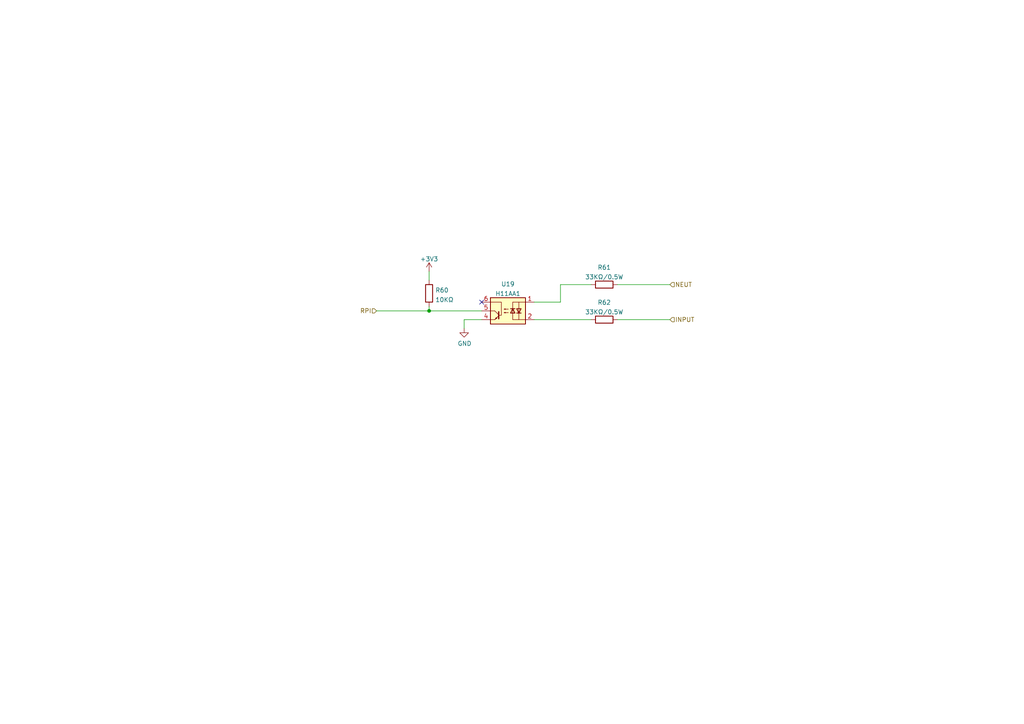
<source format=kicad_sch>
(kicad_sch (version 20211123) (generator eeschema)
  (paper "A4")
  (lib_symbols
    (symbol "Device:R" (pin_numbers hide) (pin_names (offset 0))
      (property "Reference" "R" (at 2.032 0 90))
      (property "Value" "R" (at 0 0 90))
      (symbol "R_0_1"
        (rectangle (start -1.016 -2.54) (end 1.016 2.54) (stroke (width 0.254)))
      )
      (symbol "R_1_1"
        (pin passive line (at 0 3.81 270) (length 1.27) (name "~") (number "1"))
        (pin passive line (at 0 -3.81 90) (length 1.27) (name "~") (number "2"))
      )
    )
    (symbol "Isolator:H11AA1"
      (property "Reference" "U" (at -5.334 4.953 0))
      (property "Value" "H11AA1" (at 0.635 4.953 0))
      (symbol "H11AA1_0_1"
        (polyline (pts (xy -2.032 0.635) (xy -0.762 0.635)) (stroke (width 0.254)))
        (polyline (pts (xy -1.397 -2.54) (xy -3.175 -2.54)) (stroke (width 0.1524)))
        (polyline (pts (xy -1.397 -0.635) (xy -1.397 -2.54)))
        (polyline (pts (xy -1.397 0.635) (xy -1.397 -0.635)))
        (polyline (pts (xy -1.397 0.635) (xy -1.397 2.54)))
        (polyline (pts (xy -1.397 2.54) (xy -3.175 2.54)) (stroke (width 0.1524)))
        (polyline (pts (xy -1.397 0.635) (xy -2.032 -0.635) (xy -0.762 -0.635) (xy -1.397 0.635)) (stroke (width 0.254)))
      )
      (symbol "H11AA1_1_1"
        (rectangle (start -5.08 3.81) (end 5.08 -3.81) (stroke (width 0.254)) (fill (type background)))
        (polyline (pts (xy -3.81 -0.635) (xy -2.54 -0.635)) (stroke (width 0.254)))
        (polyline (pts (xy 2.667 -1.397) (xy 3.81 -2.54)))
        (polyline (pts (xy 2.667 -1.143) (xy 3.81 0)))
        (polyline (pts (xy 3.81 -2.54) (xy 5.08 -2.54)))
        (polyline (pts (xy 3.81 0) (xy 5.08 0)))
        (polyline (pts (xy 2.667 -0.254) (xy 2.667 -2.286) (xy 2.667 -2.286)) (stroke (width 0.3556)))
        (polyline (pts (xy -5.08 -2.54) (xy -3.175 -2.54) (xy -3.175 2.54) (xy -5.08 2.54)))
        (polyline (pts (xy -3.175 -0.635) (xy -3.81 0.635) (xy -2.54 0.635) (xy -3.175 -0.635)) (stroke (width 0.254)))
        (polyline (pts (xy 3.683 -2.413) (xy 3.429 -1.905) (xy 3.175 -2.159) (xy 3.683 -2.413)))
        (polyline (pts (xy 5.08 2.54) (xy 1.905 2.54) (xy 1.905 -1.27) (xy 2.54 -1.27)))
        (polyline (pts (xy -0.127 -0.508) (xy 1.143 -0.508) (xy 0.762 -0.635) (xy 0.762 -0.381) (xy 1.143 -0.508)))
        (polyline (pts (xy -0.127 0.508) (xy 1.143 0.508) (xy 0.762 0.381) (xy 0.762 0.635) (xy 1.143 0.508)))
        (pin passive line (at -7.62 2.54 0) (length 2.54) (name "~") (number "1"))
        (pin passive line (at -7.62 -2.54 0) (length 2.54) (name "~") (number "2"))
        (pin no_connect line (at -5.08 0 0) (length 2.54) hide (name "NC") (number "3"))
        (pin passive line (at 7.62 -2.54 180) (length 2.54) (name "~") (number "4"))
        (pin passive line (at 7.62 0 180) (length 2.54) (name "~") (number "5"))
        (pin passive line (at 7.62 2.54 180) (length 2.54) (name "~") (number "6"))
      )
    )
    (symbol "power:+3V3" (power) (pin_names (offset 0))
      (property "Value" "+3V3" (at 0 3.556 0))
      (symbol "+3V3_0_1"
        (polyline (pts (xy -0.762 1.27) (xy 0 2.54)))
        (polyline (pts (xy 0 0) (xy 0 2.54)))
        (polyline (pts (xy 0 2.54) (xy 0.762 1.27)))
      )
      (symbol "+3V3_1_1"
        (pin power_in line (at 0 0 90) (length 0) hide (name "+3V3") (number "1"))
      )
    )
    (symbol "power:GND" (power) (pin_names (offset 0))
      (property "Value" "GND" (at 0 -3.81 0))
      (symbol "GND_0_1"
        (polyline (pts (xy 0 0) (xy 0 -1.27) (xy 1.27 -1.27) (xy 0 -2.54) (xy -1.27 -1.27) (xy 0 -1.27)))
      )
      (symbol "GND_1_1"
        (pin power_in line (at 0 0 270) (length 0) hide (name "GND") (number "1"))
      )
    )
  )
  (junction (at 124.46 90.17))
  (no_connect (at 139.7 87.63))
  (wire (pts (xy 134.62 92.71) (xy 139.7 92.71)))
  (wire (pts (xy 124.46 88.9) (xy 124.46 90.17)))
  (wire (pts (xy 109.22 90.17) (xy 124.46 90.17)))
  (wire (pts (xy 124.46 90.17) (xy 139.7 90.17)))
  (wire (pts (xy 134.62 92.71) (xy 134.62 95.25)))
  (wire (pts (xy 179.07 92.71) (xy 194.31 92.71)))
  (wire (pts (xy 179.07 82.55) (xy 194.31 82.55)))
  (wire (pts (xy 171.45 82.55) (xy 162.56 82.55)))
  (wire (pts (xy 154.94 87.63) (xy 162.56 87.63)))
  (wire (pts (xy 162.56 82.55) (xy 162.56 87.63)))
  (wire (pts (xy 154.94 92.71) (xy 171.45 92.71)))
  (wire (pts (xy 124.46 78.74) (xy 124.46 81.28)))
  (hierarchical_label "NEUT" (shape input) (at 194.31 82.55 0))
  (hierarchical_label "INPUT" (shape input) (at 194.31 92.71 0))
  (hierarchical_label "RPI" (shape input) (at 109.22 90.17 180))
  (symbol (lib_id "Device:R") (at 175.26 92.71 270)
    (property "Reference" "R62" (at 175.26 87.7275 90))
    (property "Value" "33KΩ/0.5W" (at 175.26 90.5026 90))
    (property "Footprint" "Resistor_SMD:R_0805_2012Metric" (effects hide))
    (property "Datasheet" "https://datasheet.lcsc.com/lcsc/2012181743_UNI-ROYAL-Uniroyal-Elec-AS05W2J0333T5E_C966118.pdf" (effects hide))
    (property "LCSC" "C966118" (effects hide))
  )
  (symbol (lib_id "power:GND") (at 134.62 95.25 0)
    (property "Reference" "#PWR035" (effects hide))
    (property "Value" "GND" (at 134.747 99.6442 0))
  )
  (symbol (lib_id "power:+3V3") (at 124.46 78.74 0)
    (property "Reference" "#PWR034" (effects hide))
    (property "Value" "+3V3" (at 124.46 75.1355 0))
  )
  (symbol (lib_id "Isolator:H11AA1") (at 147.32 90.17 0) (mirror y)
    (property "Reference" "U19" (at 147.32 82.3935 0))
    (property "Value" "H11AA1" (at 147.32 85.1686 0))
    (property "Footprint" "Package_DIP:SMDIP-6_W9.53mm" (effects hide))
    (property "Datasheet" "https://datasheet.lcsc.com/lcsc/1809111517_ON-Semiconductor-H11AA1SM_C184383.pdf" (effects hide))
    (property "LCSC" "C184383" (effects hide))
  )
  (symbol (lib_id "Device:R") (at 124.46 85.09 180)
    (property "Reference" "R60" (at 126.238 84.1815 0) (effects (justify right)))
    (property "Value" "10KΩ" (at 126.238 86.9566 0) (effects (justify right)))
    (property "Footprint" "Resistor_SMD:R_0603_1608Metric" (effects hide))
    (property "Datasheet" "https://datasheet.lcsc.com/lcsc/1811062009_UNI-ROYAL-Uniroyal-Elec-0603WAF1002T5E_C25804.pdf" (effects hide))
    (property "LCSC" "C25804" (effects hide))
  )
  (symbol (lib_id "Device:R") (at 175.26 82.55 270)
    (property "Reference" "R61" (at 175.26 77.5675 90))
    (property "Value" "33KΩ/0.5W" (at 175.26 80.3426 90))
    (property "Footprint" "Resistor_SMD:R_0805_2012Metric" (effects hide))
    (property "Datasheet" "https://datasheet.lcsc.com/lcsc/2012181743_UNI-ROYAL-Uniroyal-Elec-AS05W2J0333T5E_C966118.pdf" (effects hide))
    (property "LCSC" "C966118" (effects hide))
  )
)
</source>
